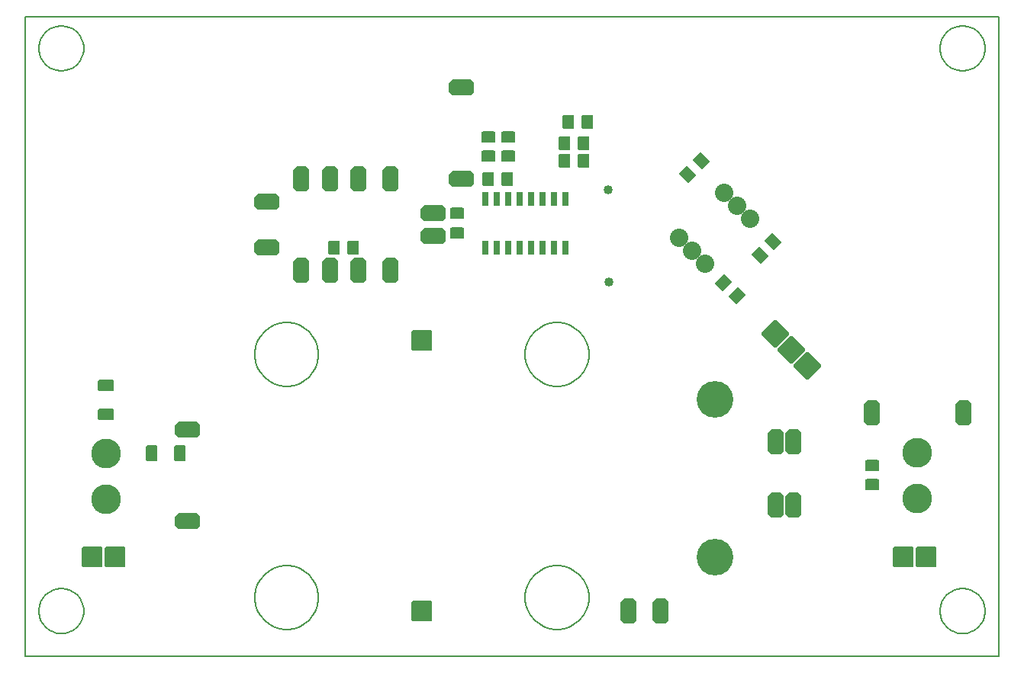
<source format=gbr>
G04 PROTEUS RS274X GERBER FILE*
%FSLAX45Y45*%
%MOMM*%
G01*
%ADD33C,1.016000*%
%ADD34C,3.302000*%
%AMPPAD029*
4,1,36,
-1.016000,1.143000,
1.016000,1.143000,
1.041970,1.140470,
1.065980,1.133200,
1.087580,1.121650,
1.106290,1.106290,
1.121650,1.087570,
1.133200,1.065980,
1.140470,1.041970,
1.143000,1.016000,
1.143000,-1.016000,
1.140470,-1.041970,
1.133200,-1.065980,
1.121650,-1.087570,
1.106290,-1.106290,
1.087580,-1.121650,
1.065980,-1.133200,
1.041970,-1.140470,
1.016000,-1.143000,
-1.016000,-1.143000,
-1.041970,-1.140470,
-1.065980,-1.133200,
-1.087580,-1.121650,
-1.106290,-1.106290,
-1.121650,-1.087570,
-1.133200,-1.065980,
-1.140470,-1.041970,
-1.143000,-1.016000,
-1.143000,1.016000,
-1.140470,1.041970,
-1.133200,1.065980,
-1.121650,1.087570,
-1.106290,1.106290,
-1.087580,1.121650,
-1.065980,1.133200,
-1.041970,1.140470,
-1.016000,1.143000,
0*%
%ADD35PPAD029*%
%AMPPAD030*
4,1,36,
0.089800,1.526640,
1.526640,0.089800,
1.543220,0.069650,
1.555060,0.047530,
1.562160,0.024090,
1.564530,0.000000,
1.562150,-0.024100,
1.555060,-0.047530,
1.543220,-0.069650,
1.526640,-0.089800,
0.089800,-1.526640,
0.069650,-1.543220,
0.047530,-1.555060,
0.024100,-1.562150,
0.000000,-1.564530,
-0.024090,-1.562160,
-0.047530,-1.555060,
-0.069650,-1.543220,
-0.089800,-1.526640,
-1.526640,-0.089800,
-1.543220,-0.069650,
-1.555060,-0.047530,
-1.562160,-0.024090,
-1.564530,0.000000,
-1.562150,0.024100,
-1.555060,0.047530,
-1.543220,0.069650,
-1.526640,0.089800,
-0.089800,1.526640,
-0.069650,1.543220,
-0.047530,1.555060,
-0.024100,1.562150,
0.000000,1.564530,
0.024090,1.562160,
0.047530,1.555060,
0.069650,1.543220,
0.089800,1.526640,
0*%
%ADD36PPAD030*%
%ADD37C,4.064000*%
%AMPPAD032*
4,1,8,
-0.509800,1.397000,
0.509800,1.397000,
0.889000,1.017800,
0.889000,-1.017800,
0.509800,-1.397000,
-0.509800,-1.397000,
-0.889000,-1.017800,
-0.889000,1.017800,
-0.509800,1.397000,
0*%
%ADD38PPAD032*%
%AMPPAD035*
4,1,36,
0.762000,-0.508000,
0.762000,0.508000,
0.759470,0.533970,
0.752200,0.557980,
0.740650,0.579580,
0.725290,0.598290,
0.706570,0.613650,
0.684980,0.625200,
0.660970,0.632470,
0.635000,0.635000,
-0.635000,0.635000,
-0.660970,0.632470,
-0.684980,0.625200,
-0.706570,0.613650,
-0.725290,0.598290,
-0.740650,0.579580,
-0.752200,0.557980,
-0.759470,0.533970,
-0.762000,0.508000,
-0.762000,-0.508000,
-0.759470,-0.533970,
-0.752200,-0.557980,
-0.740650,-0.579580,
-0.725290,-0.598290,
-0.706570,-0.613650,
-0.684980,-0.625200,
-0.660970,-0.632470,
-0.635000,-0.635000,
0.635000,-0.635000,
0.660970,-0.632470,
0.684980,-0.625200,
0.706570,-0.613650,
0.725290,-0.598290,
0.740650,-0.579580,
0.752200,-0.557980,
0.759470,-0.533970,
0.762000,-0.508000,
0*%
%ADD41PPAD035*%
%AMPPAD036*
4,1,36,
-0.508000,-0.889000,
0.508000,-0.889000,
0.533970,-0.886470,
0.557980,-0.879200,
0.579580,-0.867650,
0.598290,-0.852290,
0.613650,-0.833570,
0.625200,-0.811980,
0.632470,-0.787970,
0.635000,-0.762000,
0.635000,0.762000,
0.632470,0.787970,
0.625200,0.811980,
0.613650,0.833570,
0.598290,0.852290,
0.579580,0.867650,
0.557980,0.879200,
0.533970,0.886470,
0.508000,0.889000,
-0.508000,0.889000,
-0.533970,0.886470,
-0.557980,0.879200,
-0.579580,0.867650,
-0.598290,0.852290,
-0.613650,0.833570,
-0.625200,0.811980,
-0.632470,0.787970,
-0.635000,0.762000,
-0.635000,-0.762000,
-0.632470,-0.787970,
-0.625200,-0.811980,
-0.613650,-0.833570,
-0.598290,-0.852290,
-0.579580,-0.867650,
-0.557980,-0.879200,
-0.533970,-0.886470,
-0.508000,-0.889000,
0*%
%ADD42PPAD036*%
%AMPPAD037*
4,1,36,
0.889000,-0.508000,
0.889000,0.508000,
0.886470,0.533970,
0.879200,0.557980,
0.867650,0.579580,
0.852290,0.598290,
0.833570,0.613650,
0.811980,0.625200,
0.787970,0.632470,
0.762000,0.635000,
-0.762000,0.635000,
-0.787970,0.632470,
-0.811980,0.625200,
-0.833570,0.613650,
-0.852290,0.598290,
-0.867650,0.579580,
-0.879200,0.557980,
-0.886470,0.533970,
-0.889000,0.508000,
-0.889000,-0.508000,
-0.886470,-0.533970,
-0.879200,-0.557980,
-0.867650,-0.579580,
-0.852290,-0.598290,
-0.833570,-0.613650,
-0.811980,-0.625200,
-0.787970,-0.632470,
-0.762000,-0.635000,
0.762000,-0.635000,
0.787970,-0.632470,
0.811980,-0.625200,
0.833570,-0.613650,
0.852290,-0.598290,
0.867650,-0.579580,
0.879200,-0.557980,
0.886470,-0.533970,
0.889000,-0.508000,
0*%
%ADD43PPAD037*%
%AMPPAD038*
4,1,4,
0.304800,0.749300,
-0.304800,0.749300,
-0.304800,-0.749300,
0.304800,-0.749300,
0.304800,0.749300,
0*%
%ADD44PPAD038*%
%AMPPAD039*
4,1,36,
-0.898030,-0.179610,
-0.179610,-0.898030,
-0.159450,-0.914600,
-0.137330,-0.926440,
-0.113890,-0.933540,
-0.089800,-0.935910,
-0.065700,-0.933540,
-0.042270,-0.926440,
-0.020150,-0.914600,
0.000000,-0.898030,
0.898030,0.000000,
0.914600,0.020150,
0.926440,0.042270,
0.933540,0.065700,
0.935910,0.089800,
0.933540,0.113890,
0.926440,0.137330,
0.914600,0.159450,
0.898030,0.179610,
0.179610,0.898030,
0.159450,0.914600,
0.137330,0.926440,
0.113890,0.933540,
0.089800,0.935910,
0.065700,0.933540,
0.042270,0.926440,
0.020150,0.914600,
0.000000,0.898030,
-0.898030,0.000000,
-0.914600,-0.020150,
-0.926440,-0.042270,
-0.933540,-0.065700,
-0.935910,-0.089800,
-0.933540,-0.113890,
-0.926440,-0.137330,
-0.914600,-0.159450,
-0.898030,-0.179610,
0*%
%ADD45PPAD039*%
%AMPPAD040*
4,1,36,
0.179610,-0.898030,
0.898030,-0.179610,
0.914600,-0.159450,
0.926440,-0.137330,
0.933540,-0.113890,
0.935910,-0.089800,
0.933540,-0.065700,
0.926440,-0.042270,
0.914600,-0.020150,
0.898030,0.000000,
0.000000,0.898030,
-0.020150,0.914600,
-0.042270,0.926440,
-0.065700,0.933540,
-0.089800,0.935910,
-0.113890,0.933540,
-0.137330,0.926440,
-0.159450,0.914600,
-0.179610,0.898030,
-0.898030,0.179610,
-0.914600,0.159450,
-0.926440,0.137330,
-0.933540,0.113890,
-0.935910,0.089800,
-0.933540,0.065700,
-0.926440,0.042270,
-0.914600,0.020150,
-0.898030,0.000000,
0.000000,-0.898030,
0.020150,-0.914600,
0.042270,-0.926440,
0.065700,-0.933540,
0.089800,-0.935910,
0.113890,-0.933540,
0.137330,-0.926440,
0.159450,-0.914600,
0.179610,-0.898030,
0*%
%ADD46PPAD040*%
%ADD39C,2.032000*%
%AMPPAD034*
4,1,8,
-1.017800,0.889000,
1.017800,0.889000,
1.397000,0.509800,
1.397000,-0.509800,
1.017800,-0.889000,
-1.017800,-0.889000,
-1.397000,-0.509800,
-1.397000,0.509800,
-1.017800,0.889000,
0*%
%ADD40PPAD034*%
%AMPPAD041*
4,1,36,
-0.508000,-0.762000,
0.508000,-0.762000,
0.533970,-0.759470,
0.557980,-0.752200,
0.579580,-0.740650,
0.598290,-0.725290,
0.613650,-0.706570,
0.625200,-0.684980,
0.632470,-0.660970,
0.635000,-0.635000,
0.635000,0.635000,
0.632470,0.660970,
0.625200,0.684980,
0.613650,0.706570,
0.598290,0.725290,
0.579580,0.740650,
0.557980,0.752200,
0.533970,0.759470,
0.508000,0.762000,
-0.508000,0.762000,
-0.533970,0.759470,
-0.557980,0.752200,
-0.579580,0.740650,
-0.598290,0.725290,
-0.613650,0.706570,
-0.625200,0.684980,
-0.632470,0.660970,
-0.635000,0.635000,
-0.635000,-0.635000,
-0.632470,-0.660970,
-0.625200,-0.684980,
-0.613650,-0.706570,
-0.598290,-0.725290,
-0.579580,-0.740650,
-0.557980,-0.752200,
-0.533970,-0.759470,
-0.508000,-0.762000,
0*%
%ADD47PPAD041*%
%ADD19C,0.203200*%
%TD.AperFunction*%
D33*
X+6073476Y+1653811D03*
X+6070463Y+2678246D03*
D34*
X+500000Y-758000D03*
X+500000Y-250000D03*
D35*
X+4000000Y-2000000D03*
X+4000000Y+1000000D03*
D36*
X+7920395Y+1079605D03*
X+8100000Y+900000D03*
X+8279606Y+720395D03*
D37*
X+7250000Y+350000D03*
X+7250000Y-1400000D03*
D38*
X+8128000Y-127000D03*
X+7928000Y-127000D03*
X+8128000Y-825500D03*
X+7928000Y-825500D03*
D34*
X+9500000Y-750000D03*
X+9500000Y-242000D03*
D41*
X+9000000Y-600000D03*
X+9000000Y-386640D03*
D42*
X+1000000Y-250000D03*
X+1314960Y-250000D03*
D43*
X+500000Y+185040D03*
X+500000Y+500000D03*
D44*
X+4703620Y+2579380D03*
X+4830620Y+2579380D03*
X+4957620Y+2579380D03*
X+5084620Y+2579380D03*
X+5211620Y+2579380D03*
X+5338620Y+2579380D03*
X+5465620Y+2579380D03*
X+5592620Y+2579380D03*
X+5592620Y+2039380D03*
X+5465620Y+2039380D03*
X+5338620Y+2039380D03*
X+5211620Y+2039380D03*
X+5084620Y+2039380D03*
X+4957620Y+2039380D03*
X+4830620Y+2039380D03*
X+4703620Y+2039380D03*
D41*
X+4391120Y+2413540D03*
X+4391120Y+2200180D03*
D45*
X+7349132Y+1650868D03*
X+7500000Y+1500000D03*
D46*
X+7749131Y+1949132D03*
X+7900000Y+2100000D03*
D39*
X+7643684Y+2356316D03*
X+7500000Y+2500000D03*
X+7356316Y+2643684D03*
X+6856316Y+2143684D03*
X+7000000Y+2000000D03*
X+7143684Y+1856315D03*
D46*
X+6949132Y+2849132D03*
X+7100000Y+3000000D03*
D40*
X+4127500Y+2413000D03*
X+4127500Y+2163000D03*
X+4445000Y+3810000D03*
X+4445000Y+2794000D03*
D47*
X+5628640Y+3429000D03*
X+5842000Y+3429000D03*
X+5586640Y+3200000D03*
X+5800000Y+3200000D03*
X+5586640Y+3000000D03*
X+5800000Y+3000000D03*
D38*
X+2667000Y+1778000D03*
X+2667000Y+2794000D03*
D40*
X+2286000Y+2032000D03*
X+2286000Y+2540000D03*
D38*
X+3656000Y+2794000D03*
X+3656000Y+1778000D03*
D41*
X+4739640Y+3261360D03*
X+4739640Y+3048000D03*
X+4957620Y+3048000D03*
X+4957620Y+3261360D03*
D47*
X+4953000Y+2794000D03*
X+4739640Y+2794000D03*
D38*
X+3302000Y+2794000D03*
X+3302000Y+1778000D03*
D47*
X+3025140Y+2032000D03*
X+3238500Y+2032000D03*
D38*
X+2984500Y+2794000D03*
X+2984500Y+1778000D03*
X+6300000Y-2000000D03*
X+6650000Y-2000000D03*
D35*
X+346000Y-1400000D03*
X+600000Y-1400000D03*
D40*
X+1400000Y-1000000D03*
X+1400000Y+16000D03*
D35*
X+9346000Y-1400000D03*
X+9600000Y-1400000D03*
D38*
X+10016000Y+200000D03*
X+9000000Y+200000D03*
D19*
X-400000Y-2500000D02*
X+10400000Y-2500000D01*
X+10400000Y+4600000D01*
X-400000Y+4600000D01*
X-400000Y-2500000D01*
X+250000Y-2000000D02*
X+249185Y-1979829D01*
X+242566Y-1939486D01*
X+228753Y-1899143D01*
X+206307Y-1858800D01*
X+172010Y-1818582D01*
X+131667Y-1787482D01*
X+91324Y-1767277D01*
X+50981Y-1755253D01*
X+10638Y-1750226D01*
X+0Y-1750000D01*
X-250000Y-2000000D02*
X-249185Y-1979829D01*
X-242566Y-1939486D01*
X-228753Y-1899143D01*
X-206307Y-1858800D01*
X-172010Y-1818582D01*
X-131667Y-1787482D01*
X-91324Y-1767277D01*
X-50981Y-1755253D01*
X-10638Y-1750226D01*
X+0Y-1750000D01*
X-250000Y-2000000D02*
X-249185Y-2020171D01*
X-242566Y-2060514D01*
X-228753Y-2100857D01*
X-206307Y-2141200D01*
X-172010Y-2181418D01*
X-131667Y-2212518D01*
X-91324Y-2232723D01*
X-50981Y-2244747D01*
X-10638Y-2249774D01*
X+0Y-2250000D01*
X+250000Y-2000000D02*
X+249185Y-2020171D01*
X+242566Y-2060514D01*
X+228753Y-2100857D01*
X+206307Y-2141200D01*
X+172010Y-2181418D01*
X+131667Y-2212518D01*
X+91324Y-2232723D01*
X+50981Y-2244747D01*
X+10638Y-2249774D01*
X+0Y-2250000D01*
X+10250000Y-2000000D02*
X+10249185Y-1979829D01*
X+10242566Y-1939486D01*
X+10228753Y-1899143D01*
X+10206307Y-1858800D01*
X+10172010Y-1818582D01*
X+10131667Y-1787482D01*
X+10091324Y-1767277D01*
X+10050981Y-1755253D01*
X+10010638Y-1750226D01*
X+10000000Y-1750000D01*
X+9750000Y-2000000D02*
X+9750815Y-1979829D01*
X+9757434Y-1939486D01*
X+9771247Y-1899143D01*
X+9793693Y-1858800D01*
X+9827990Y-1818582D01*
X+9868333Y-1787482D01*
X+9908676Y-1767277D01*
X+9949019Y-1755253D01*
X+9989362Y-1750226D01*
X+10000000Y-1750000D01*
X+9750000Y-2000000D02*
X+9750815Y-2020171D01*
X+9757434Y-2060514D01*
X+9771247Y-2100857D01*
X+9793693Y-2141200D01*
X+9827990Y-2181418D01*
X+9868333Y-2212518D01*
X+9908676Y-2232723D01*
X+9949019Y-2244747D01*
X+9989362Y-2249774D01*
X+10000000Y-2250000D01*
X+10250000Y-2000000D02*
X+10249185Y-2020171D01*
X+10242566Y-2060514D01*
X+10228753Y-2100857D01*
X+10206307Y-2141200D01*
X+10172010Y-2181418D01*
X+10131667Y-2212518D01*
X+10091324Y-2232723D01*
X+10050981Y-2244747D01*
X+10010638Y-2249774D01*
X+10000000Y-2250000D01*
X+10250000Y+4250000D02*
X+10249185Y+4270171D01*
X+10242566Y+4310514D01*
X+10228753Y+4350857D01*
X+10206307Y+4391200D01*
X+10172010Y+4431418D01*
X+10131667Y+4462518D01*
X+10091324Y+4482723D01*
X+10050981Y+4494747D01*
X+10010638Y+4499774D01*
X+10000000Y+4500000D01*
X+9750000Y+4250000D02*
X+9750815Y+4270171D01*
X+9757434Y+4310514D01*
X+9771247Y+4350857D01*
X+9793693Y+4391200D01*
X+9827990Y+4431418D01*
X+9868333Y+4462518D01*
X+9908676Y+4482723D01*
X+9949019Y+4494747D01*
X+9989362Y+4499774D01*
X+10000000Y+4500000D01*
X+9750000Y+4250000D02*
X+9750815Y+4229829D01*
X+9757434Y+4189486D01*
X+9771247Y+4149143D01*
X+9793693Y+4108800D01*
X+9827990Y+4068582D01*
X+9868333Y+4037482D01*
X+9908676Y+4017277D01*
X+9949019Y+4005253D01*
X+9989362Y+4000226D01*
X+10000000Y+4000000D01*
X+10250000Y+4250000D02*
X+10249185Y+4229829D01*
X+10242566Y+4189486D01*
X+10228753Y+4149143D01*
X+10206307Y+4108800D01*
X+10172010Y+4068582D01*
X+10131667Y+4037482D01*
X+10091324Y+4017277D01*
X+10050981Y+4005253D01*
X+10010638Y+4000226D01*
X+10000000Y+4000000D01*
X+250000Y+4250000D02*
X+249185Y+4270171D01*
X+242566Y+4310514D01*
X+228753Y+4350857D01*
X+206307Y+4391200D01*
X+172010Y+4431418D01*
X+131667Y+4462518D01*
X+91324Y+4482723D01*
X+50981Y+4494747D01*
X+10638Y+4499774D01*
X+0Y+4500000D01*
X-250000Y+4250000D02*
X-249185Y+4270171D01*
X-242566Y+4310514D01*
X-228753Y+4350857D01*
X-206307Y+4391200D01*
X-172010Y+4431418D01*
X-131667Y+4462518D01*
X-91324Y+4482723D01*
X-50981Y+4494747D01*
X-10638Y+4499774D01*
X+0Y+4500000D01*
X-250000Y+4250000D02*
X-249185Y+4229829D01*
X-242566Y+4189486D01*
X-228753Y+4149143D01*
X-206307Y+4108800D01*
X-172010Y+4068582D01*
X-131667Y+4037482D01*
X-91324Y+4017277D01*
X-50981Y+4005253D01*
X-10638Y+4000226D01*
X+0Y+4000000D01*
X+250000Y+4250000D02*
X+249185Y+4229829D01*
X+242566Y+4189486D01*
X+228753Y+4149143D01*
X+206307Y+4108800D01*
X+172010Y+4068582D01*
X+131667Y+4037482D01*
X+91324Y+4017277D01*
X+50981Y+4005253D01*
X+10638Y+4000226D01*
X+0Y+4000000D01*
X+2853553Y+850000D02*
X+2852430Y+878155D01*
X+2843315Y+934467D01*
X+2824316Y+990779D01*
X+2793521Y+1047091D01*
X+2746596Y+1103358D01*
X+2690284Y+1147979D01*
X+2633972Y+1177187D01*
X+2577660Y+1194918D01*
X+2521348Y+1202908D01*
X+2500000Y+1203553D01*
X+2146447Y+850000D02*
X+2147570Y+878155D01*
X+2156685Y+934467D01*
X+2175684Y+990779D01*
X+2206479Y+1047091D01*
X+2253404Y+1103358D01*
X+2309716Y+1147979D01*
X+2366028Y+1177187D01*
X+2422340Y+1194918D01*
X+2478652Y+1202908D01*
X+2500000Y+1203553D01*
X+2146447Y+850000D02*
X+2147570Y+821845D01*
X+2156685Y+765533D01*
X+2175684Y+709221D01*
X+2206479Y+652909D01*
X+2253404Y+596642D01*
X+2309716Y+552021D01*
X+2366028Y+522813D01*
X+2422340Y+505082D01*
X+2478652Y+497092D01*
X+2500000Y+496447D01*
X+2853553Y+850000D02*
X+2852430Y+821845D01*
X+2843315Y+765533D01*
X+2824316Y+709221D01*
X+2793521Y+652909D01*
X+2746596Y+596642D01*
X+2690284Y+552021D01*
X+2633972Y+522813D01*
X+2577660Y+505082D01*
X+2521348Y+497092D01*
X+2500000Y+496447D01*
X+2853553Y-1850000D02*
X+2852430Y-1821845D01*
X+2843315Y-1765533D01*
X+2824316Y-1709221D01*
X+2793521Y-1652909D01*
X+2746596Y-1596642D01*
X+2690284Y-1552021D01*
X+2633972Y-1522813D01*
X+2577660Y-1505082D01*
X+2521348Y-1497092D01*
X+2500000Y-1496447D01*
X+2146447Y-1850000D02*
X+2147570Y-1821845D01*
X+2156685Y-1765533D01*
X+2175684Y-1709221D01*
X+2206479Y-1652909D01*
X+2253404Y-1596642D01*
X+2309716Y-1552021D01*
X+2366028Y-1522813D01*
X+2422340Y-1505082D01*
X+2478652Y-1497092D01*
X+2500000Y-1496447D01*
X+2146447Y-1850000D02*
X+2147570Y-1878155D01*
X+2156685Y-1934467D01*
X+2175684Y-1990779D01*
X+2206479Y-2047091D01*
X+2253404Y-2103358D01*
X+2309716Y-2147979D01*
X+2366028Y-2177187D01*
X+2422340Y-2194918D01*
X+2478652Y-2202908D01*
X+2500000Y-2203553D01*
X+2853553Y-1850000D02*
X+2852430Y-1878155D01*
X+2843315Y-1934467D01*
X+2824316Y-1990779D01*
X+2793521Y-2047091D01*
X+2746596Y-2103358D01*
X+2690284Y-2147979D01*
X+2633972Y-2177187D01*
X+2577660Y-2194918D01*
X+2521348Y-2202908D01*
X+2500000Y-2203553D01*
X+5853553Y+850000D02*
X+5852430Y+878155D01*
X+5843315Y+934467D01*
X+5824316Y+990779D01*
X+5793521Y+1047091D01*
X+5746596Y+1103358D01*
X+5690284Y+1147979D01*
X+5633972Y+1177187D01*
X+5577660Y+1194918D01*
X+5521348Y+1202908D01*
X+5500000Y+1203553D01*
X+5146447Y+850000D02*
X+5147570Y+878155D01*
X+5156685Y+934467D01*
X+5175684Y+990779D01*
X+5206479Y+1047091D01*
X+5253404Y+1103358D01*
X+5309716Y+1147979D01*
X+5366028Y+1177187D01*
X+5422340Y+1194918D01*
X+5478652Y+1202908D01*
X+5500000Y+1203553D01*
X+5146447Y+850000D02*
X+5147570Y+821845D01*
X+5156685Y+765533D01*
X+5175684Y+709221D01*
X+5206479Y+652909D01*
X+5253404Y+596642D01*
X+5309716Y+552021D01*
X+5366028Y+522813D01*
X+5422340Y+505082D01*
X+5478652Y+497092D01*
X+5500000Y+496447D01*
X+5853553Y+850000D02*
X+5852430Y+821845D01*
X+5843315Y+765533D01*
X+5824316Y+709221D01*
X+5793521Y+652909D01*
X+5746596Y+596642D01*
X+5690284Y+552021D01*
X+5633972Y+522813D01*
X+5577660Y+505082D01*
X+5521348Y+497092D01*
X+5500000Y+496447D01*
X+5853553Y-1850000D02*
X+5852430Y-1821845D01*
X+5843315Y-1765533D01*
X+5824316Y-1709221D01*
X+5793521Y-1652909D01*
X+5746596Y-1596642D01*
X+5690284Y-1552021D01*
X+5633972Y-1522813D01*
X+5577660Y-1505082D01*
X+5521348Y-1497092D01*
X+5500000Y-1496447D01*
X+5146447Y-1850000D02*
X+5147570Y-1821845D01*
X+5156685Y-1765533D01*
X+5175684Y-1709221D01*
X+5206479Y-1652909D01*
X+5253404Y-1596642D01*
X+5309716Y-1552021D01*
X+5366028Y-1522813D01*
X+5422340Y-1505082D01*
X+5478652Y-1497092D01*
X+5500000Y-1496447D01*
X+5146447Y-1850000D02*
X+5147570Y-1878155D01*
X+5156685Y-1934467D01*
X+5175684Y-1990779D01*
X+5206479Y-2047091D01*
X+5253404Y-2103358D01*
X+5309716Y-2147979D01*
X+5366028Y-2177187D01*
X+5422340Y-2194918D01*
X+5478652Y-2202908D01*
X+5500000Y-2203553D01*
X+5853553Y-1850000D02*
X+5852430Y-1878155D01*
X+5843315Y-1934467D01*
X+5824316Y-1990779D01*
X+5793521Y-2047091D01*
X+5746596Y-2103358D01*
X+5690284Y-2147979D01*
X+5633972Y-2177187D01*
X+5577660Y-2194918D01*
X+5521348Y-2202908D01*
X+5500000Y-2203553D01*
M02*

</source>
